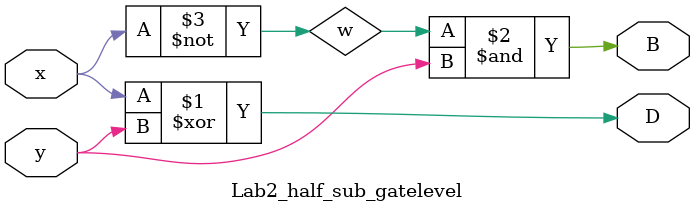
<source format=v>
module Lab2_half_sub_gatelevel(output D, B, input x, y);
	//output	D, B;
	//input	x, y;
	wire	w;

	xor	G1(D, x, y);
	not	G2(w, x);
	and	G3(B, w, y);
endmodule

</source>
